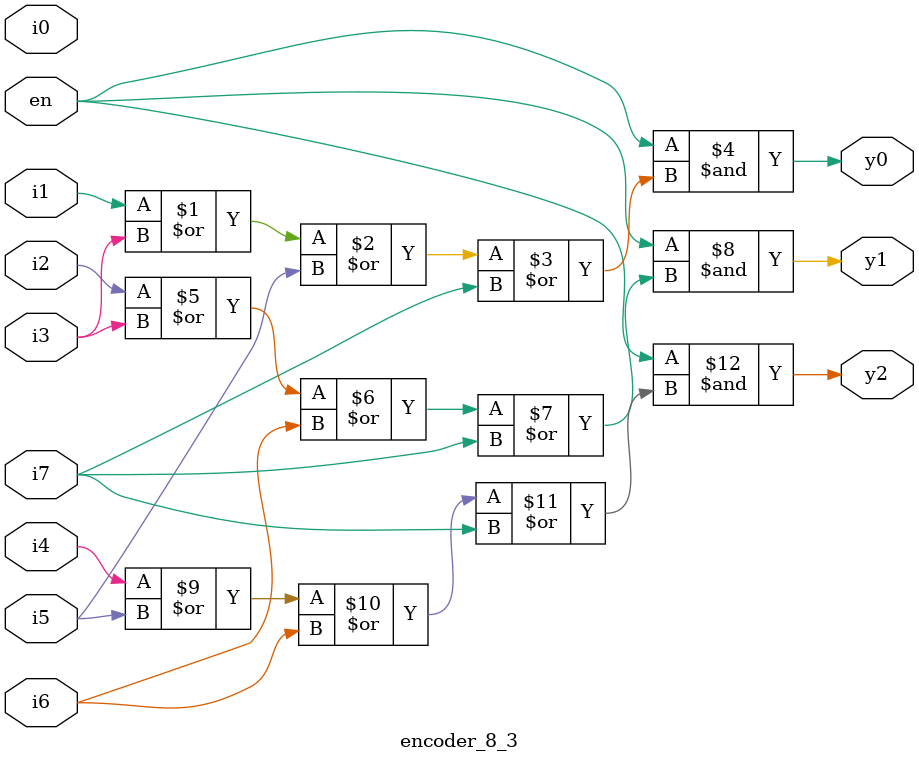
<source format=v>
`timescale 1ns / 1ps

module encoder_8_3(
    input i0,
    input i1,
    input i2,
    input i3,
    input i4,
    input i5,
    input i6,
    input i7,
    output y0,
    output y1,
    output y2,
    input en
    );
    
assign y0 = en&(i1 | i3 | i5 | i7);
assign y1 = en&(i2 | i3 | i6 | i7);
assign y2 = en&(i4 | i5 | i6 | i7);

endmodule

</source>
